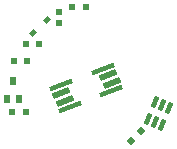
<source format=gtp>
G04*
G04 #@! TF.GenerationSoftware,Altium Limited,Altium Designer,20.0.13 (296)*
G04*
G04 Layer_Color=8421504*
%FSLAX25Y25*%
%MOIN*%
G70*
G01*
G75*
%ADD12P,0.03062X4X270.0*%
G04:AMPARAMS|DCode=13|XSize=39.37mil|YSize=15.75mil|CornerRadius=0mil|HoleSize=0mil|Usage=FLASHONLY|Rotation=248.000|XOffset=0mil|YOffset=0mil|HoleType=Round|Shape=Rectangle|*
%AMROTATEDRECTD13*
4,1,4,0.00007,0.02120,0.01468,0.01530,-0.00007,-0.02120,-0.01468,-0.01530,0.00007,0.02120,0.0*
%
%ADD13ROTATEDRECTD13*%

%ADD14R,0.02165X0.02165*%
%ADD15R,0.02441X0.02362*%
G04:AMPARAMS|DCode=16|XSize=21.26mil|YSize=16.54mil|CornerRadius=0mil|HoleSize=0mil|Usage=FLASHONLY|Rotation=225.000|XOffset=0mil|YOffset=0mil|HoleType=Round|Shape=Rectangle|*
%AMROTATEDRECTD16*
4,1,4,0.00167,0.01336,0.01336,0.00167,-0.00167,-0.01336,-0.01336,-0.00167,0.00167,0.01336,0.0*
%
%ADD16ROTATEDRECTD16*%

%ADD17R,0.01890X0.02539*%
G04:AMPARAMS|DCode=18|XSize=78.74mil|YSize=15.75mil|CornerRadius=0mil|HoleSize=0mil|Usage=FLASHONLY|Rotation=21.000|XOffset=0mil|YOffset=0mil|HoleType=Round|Shape=Rectangle|*
%AMROTATEDRECTD18*
4,1,4,-0.03393,-0.02146,-0.03958,-0.00676,0.03393,0.02146,0.03958,0.00676,-0.03393,-0.02146,0.0*
%
%ADD18ROTATEDRECTD18*%

G04:AMPARAMS|DCode=19|XSize=59.06mil|YSize=19.68mil|CornerRadius=0mil|HoleSize=0mil|Usage=FLASHONLY|Rotation=21.000|XOffset=0mil|YOffset=0mil|HoleType=Round|Shape=Rectangle|*
%AMROTATEDRECTD19*
4,1,4,-0.02404,-0.01977,-0.03109,-0.00139,0.02404,0.01977,0.03109,0.00139,-0.02404,-0.01977,0.0*
%
%ADD19ROTATEDRECTD19*%

D12*
X44374Y12874D02*
D03*
X47626Y16126D02*
D03*
D13*
X54767Y18304D02*
D03*
X52394Y19262D02*
D03*
X50021Y20221D02*
D03*
X52233Y25696D02*
D03*
X54606Y24738D02*
D03*
X56979Y23779D02*
D03*
D14*
X29300Y57500D02*
D03*
X24700D02*
D03*
X9200Y45000D02*
D03*
X13800D02*
D03*
X9800Y39500D02*
D03*
X5200D02*
D03*
X4700Y22500D02*
D03*
X9300D02*
D03*
D15*
X20500Y52189D02*
D03*
Y55811D02*
D03*
D16*
X16227Y53227D02*
D03*
X11773Y48773D02*
D03*
D17*
X3032Y26864D02*
D03*
X6968D02*
D03*
X5000Y32785D02*
D03*
D18*
X37838Y29378D02*
D03*
X34945Y36913D02*
D03*
X21162Y31622D02*
D03*
X24055Y24087D02*
D03*
D19*
X37875Y32028D02*
D03*
X36746Y34968D02*
D03*
X21125Y28972D02*
D03*
X22254Y26032D02*
D03*
M02*

</source>
